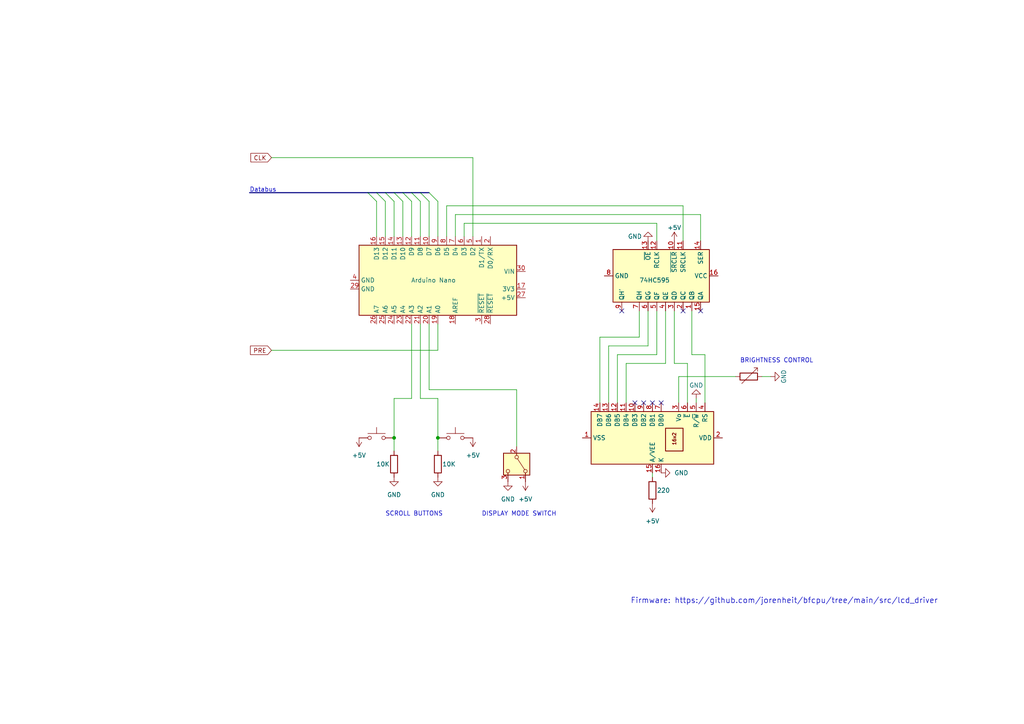
<source format=kicad_sch>
(kicad_sch (version 20230121) (generator eeschema)
  (paper "A4")
  (lib_symbols
    (symbol "74xx:74HC595"
      (property "Reference" "U" (at -7.62 13.97 0))
      (property "Value" "74HC595" (at -7.62 -16.51 0))
      (symbol "74HC595_1_0"
        (pin tri_state line (at 10.16 7.62 180) (length 2.54) (name "QB") (number "1"))
        (pin input line (at -10.16 2.54 0) (length 2.54) (name "~{SRCLR}") (number "10"))
        (pin input line (at -10.16 5.08 0) (length 2.54) (name "SRCLK") (number "11"))
        (pin input line (at -10.16 -2.54 0) (length 2.54) (name "RCLK") (number "12"))
        (pin input line (at -10.16 -5.08 0) (length 2.54) (name "~{OE}") (number "13"))
        (pin input line (at -10.16 10.16 0) (length 2.54) (name "SER") (number "14"))
        (pin tri_state line (at 10.16 10.16 180) (length 2.54) (name "QA") (number "15"))
        (pin power_in line (at 0 15.24 270) (length 2.54) (name "VCC") (number "16"))
        (pin tri_state line (at 10.16 5.08 180) (length 2.54) (name "QC") (number "2"))
        (pin tri_state line (at 10.16 2.54 180) (length 2.54) (name "QD") (number "3"))
        (pin tri_state line (at 10.16 0 180) (length 2.54) (name "QE") (number "4"))
        (pin tri_state line (at 10.16 -2.54 180) (length 2.54) (name "QF") (number "5"))
        (pin tri_state line (at 10.16 -5.08 180) (length 2.54) (name "QG") (number "6"))
        (pin tri_state line (at 10.16 -7.62 180) (length 2.54) (name "QH") (number "7"))
        (pin power_in line (at 0 -17.78 90) (length 2.54) (name "GND") (number "8"))
        (pin output line (at 10.16 -12.7 180) (length 2.54) (name "QH'") (number "9"))
      )
      (symbol "74HC595_1_1"
        (rectangle (start -7.62 12.7) (end 7.62 -15.24) (stroke (width 0.254)) (fill (type background)))
      )
    )
    (symbol "Device:R" (pin_numbers hide) (pin_names (offset 0))
      (property "Reference" "R" (at 2.032 0 90))
      (property "Value" "R" (at 0 0 90))
      (symbol "R_0_1"
        (rectangle (start -1.016 -2.54) (end 1.016 2.54) (stroke (width 0.254)))
      )
      (symbol "R_1_1"
        (pin passive line (at 0 3.81 270) (length 1.27) (name "~") (number "1"))
        (pin passive line (at 0 -3.81 90) (length 1.27) (name "~") (number "2"))
      )
    )
    (symbol "Device:R_Variable" (pin_numbers hide) (pin_names (offset 0))
      (property "Reference" "R" (at 2.54 -2.54 90))
      (property "Value" "R_Variable" (at -2.54 -1.27 90))
      (symbol "R_Variable_0_1"
        (rectangle (start -1.016 -2.54) (end 1.016 2.54) (stroke (width 0.254)))
        (polyline (pts (xy 2.54 1.524) (xy 2.54 2.54) (xy 1.524 2.54) (xy 2.54 2.54) (xy -2.032 -2.032)))
      )
      (symbol "R_Variable_1_1"
        (pin passive line (at 0 3.81 270) (length 1.27) (name "~") (number "1"))
        (pin passive line (at 0 -3.81 90) (length 1.27) (name "~") (number "2"))
      )
    )
    (symbol "Display_Character:RC1602A-GHW-ESX"
      (symbol "RC1602A-GHW-ESX_0_0"
        (rectangle (start -2.794 8.89) (end 3.81 3.81) (stroke (width 0.254)) (fill (type background)))
        (text "16x2" (at 0.254 6.35 0) (effects (font (size 0.9906 0.9906) bold)))
      )
      (symbol "RC1602A-GHW-ESX_0_1"
        (rectangle (start -7.62 17.78) (end 7.62 -17.78) (stroke (width 0.254)) (fill (type background)))
      )
      (symbol "RC1602A-GHW-ESX_1_1"
        (pin power_in line (at 0 -20.32 90) (length 2.54) (name "VSS") (number "1"))
        (pin bidirectional line (at -10.16 -5.08 0) (length 2.54) (name "DB3") (number "10"))
        (pin bidirectional line (at -10.16 -7.62 0) (length 2.54) (name "DB4") (number "11"))
        (pin bidirectional line (at -10.16 -10.16 0) (length 2.54) (name "DB5") (number "12"))
        (pin bidirectional line (at -10.16 -12.7 0) (length 2.54) (name "DB6") (number "13"))
        (pin bidirectional line (at -10.16 -15.24 0) (length 2.54) (name "DB7") (number "14"))
        (pin passive line (at 10.16 0 180) (length 2.54) (name "A/VEE") (number "15"))
        (pin passive line (at 10.16 2.54 180) (length 2.54) (name "K") (number "16"))
        (pin power_in line (at 0 20.32 270) (length 2.54) (name "VDD") (number "2"))
        (pin input line (at -10.16 7.62 0) (length 2.54) (name "Vo") (number "3"))
        (pin input line (at -10.16 15.24 0) (length 2.54) (name "RS") (number "4"))
        (pin input line (at -10.16 12.7 0) (length 2.54) (name "R/~{W}") (number "5"))
        (pin input line (at -10.16 10.16 0) (length 2.54) (name "~{E}") (number "6"))
        (pin bidirectional line (at -10.16 2.54 0) (length 2.54) (name "DB0") (number "7"))
        (pin bidirectional line (at -10.16 0 0) (length 2.54) (name "DB1") (number "8"))
        (pin bidirectional line (at -10.16 -2.54 0) (length 2.54) (name "DB2") (number "9"))
      )
    )
    (symbol "MCU_Module:Arduino_Nano_v3.x"
      (property "Reference" "A" (at -10.16 23.495 0))
      (property "Value" "Arduino_Nano_v3.x" (at 5.08 -24.13 0))
      (symbol "Arduino_Nano_v3.x_0_1"
        (rectangle (start -10.16 22.86) (end 10.16 -22.86) (stroke (width 0.254)) (fill (type background)))
      )
      (symbol "Arduino_Nano_v3.x_1_1"
        (pin bidirectional line (at -12.7 12.7 0) (length 2.54) (name "D1/TX") (number "1"))
        (pin bidirectional line (at -12.7 -2.54 0) (length 2.54) (name "D7") (number "10"))
        (pin bidirectional line (at -12.7 -5.08 0) (length 2.54) (name "D8") (number "11"))
        (pin bidirectional line (at -12.7 -7.62 0) (length 2.54) (name "D9") (number "12"))
        (pin bidirectional line (at -12.7 -10.16 0) (length 2.54) (name "D10") (number "13"))
        (pin bidirectional line (at -12.7 -12.7 0) (length 2.54) (name "D11") (number "14"))
        (pin bidirectional line (at -12.7 -15.24 0) (length 2.54) (name "D12") (number "15"))
        (pin bidirectional line (at -12.7 -17.78 0) (length 2.54) (name "D13") (number "16"))
        (pin power_out line (at 2.54 25.4 270) (length 2.54) (name "3V3") (number "17"))
        (pin input line (at 12.7 5.08 180) (length 2.54) (name "AREF") (number "18"))
        (pin bidirectional line (at 12.7 0 180) (length 2.54) (name "A0") (number "19"))
        (pin bidirectional line (at -12.7 15.24 0) (length 2.54) (name "D0/RX") (number "2"))
        (pin bidirectional line (at 12.7 -2.54 180) (length 2.54) (name "A1") (number "20"))
        (pin bidirectional line (at 12.7 -5.08 180) (length 2.54) (name "A2") (number "21"))
        (pin bidirectional line (at 12.7 -7.62 180) (length 2.54) (name "A3") (number "22"))
        (pin bidirectional line (at 12.7 -10.16 180) (length 2.54) (name "A4") (number "23"))
        (pin bidirectional line (at 12.7 -12.7 180) (length 2.54) (name "A5") (number "24"))
        (pin bidirectional line (at 12.7 -15.24 180) (length 2.54) (name "A6") (number "25"))
        (pin bidirectional line (at 12.7 -17.78 180) (length 2.54) (name "A7") (number "26"))
        (pin power_out line (at 5.08 25.4 270) (length 2.54) (name "+5V") (number "27"))
        (pin input line (at 12.7 15.24 180) (length 2.54) (name "~{RESET}") (number "28"))
        (pin power_in line (at 2.54 -25.4 90) (length 2.54) (name "GND") (number "29"))
        (pin input line (at 12.7 12.7 180) (length 2.54) (name "~{RESET}") (number "3"))
        (pin power_in line (at -2.54 25.4 270) (length 2.54) (name "VIN") (number "30"))
        (pin power_in line (at 0 -25.4 90) (length 2.54) (name "GND") (number "4"))
        (pin bidirectional line (at -12.7 10.16 0) (length 2.54) (name "D2") (number "5"))
        (pin bidirectional line (at -12.7 7.62 0) (length 2.54) (name "D3") (number "6"))
        (pin bidirectional line (at -12.7 5.08 0) (length 2.54) (name "D4") (number "7"))
        (pin bidirectional line (at -12.7 2.54 0) (length 2.54) (name "D5") (number "8"))
        (pin bidirectional line (at -12.7 0 0) (length 2.54) (name "D6") (number "9"))
      )
    )
    (symbol "Switch:SW_DPDT_x2" (pin_names (offset 0) hide)
      (property "Reference" "SW" (at 0 5.08 0))
      (property "Value" "SW_DPDT_x2" (at 0 -5.08 0))
      (symbol "SW_DPDT_x2_0_0"
        (circle (center -2.032 0) (radius 0.508))
        (circle (center 2.032 -2.54) (radius 0.508))
      )
      (symbol "SW_DPDT_x2_0_1"
        (rectangle (start -3.175 3.81) (end 3.175 -3.81) (stroke (width 0.254)) (fill (type background)))
        (polyline (pts (xy -1.524 0.254) (xy 1.5748 2.286)))
        (circle (center 2.032 2.54) (radius 0.508))
      )
      (symbol "SW_DPDT_x2_1_1"
        (pin passive line (at 5.08 2.54 180) (length 2.54) (name "A") (number "1"))
        (pin passive line (at -5.08 0 0) (length 2.54) (name "B") (number "2"))
        (pin passive line (at 5.08 -2.54 180) (length 2.54) (name "C") (number "3"))
      )
      (symbol "SW_DPDT_x2_2_1"
        (pin passive line (at 5.08 2.54 180) (length 2.54) (name "A") (number "4"))
        (pin passive line (at -5.08 0 0) (length 2.54) (name "B") (number "5"))
        (pin passive line (at 5.08 -2.54 180) (length 2.54) (name "C") (number "6"))
      )
    )
    (symbol "Switch:SW_MEC_5G" (pin_numbers hide) (pin_names (offset 1.016) hide)
      (property "Reference" "SW" (at 1.27 2.54 0))
      (property "Value" "SW_MEC_5G" (at 0 -1.524 0))
      (symbol "SW_MEC_5G_0_1"
        (circle (center -2.032 0) (radius 0.508))
        (polyline (pts (xy 0 1.27) (xy 0 3.048)))
        (polyline (pts (xy 2.54 1.27) (xy -2.54 1.27)))
        (circle (center 2.032 0) (radius 0.508))
        (pin passive line (at -5.08 0 0) (length 2.54) (name "A") (number "1"))
        (pin passive line (at 5.08 0 180) (length 2.54) (name "B") (number "3"))
      )
      (symbol "SW_MEC_5G_1_1"
        (pin passive line (at -5.08 0 0) (length 2.54) hide (name "A") (number "2"))
        (pin passive line (at 5.08 0 180) (length 2.54) hide (name "B") (number "4"))
      )
    )
    (symbol "power:+5V" (power) (pin_names (offset 0))
      (property "Value" "+5V" (at 0 3.556 0))
      (symbol "+5V_0_1"
        (polyline (pts (xy -0.762 1.27) (xy 0 2.54)))
        (polyline (pts (xy 0 0) (xy 0 2.54)))
        (polyline (pts (xy 0 2.54) (xy 0.762 1.27)))
      )
      (symbol "+5V_1_1"
        (pin power_in line (at 0 0 90) (length 0) hide (name "+5V") (number "1"))
      )
    )
    (symbol "power:GND" (power) (pin_names (offset 0))
      (property "Value" "GND" (at 0 -3.81 0))
      (symbol "GND_0_1"
        (polyline (pts (xy 0 0) (xy 0 -1.27) (xy 1.27 -1.27) (xy 0 -2.54) (xy -1.27 -1.27) (xy 0 -1.27)))
      )
      (symbol "GND_1_1"
        (pin power_in line (at 0 0 270) (length 0) hide (name "GND") (number "1"))
      )
    )
  )
  (junction (at 114.3 127))
  (junction (at 127 127))
  (no_connect (at 186.69 116.84))
  (no_connect (at 184.15 116.84))
  (no_connect (at 189.23 116.84))
  (no_connect (at 203.2 90.17))
  (no_connect (at 180.34 90.17))
  (no_connect (at 191.77 116.84))
  (no_connect (at 198.12 90.17))
  (bus_entry (at 114.3 55.88) (size 2.54 2.54))
  (bus_entry (at 119.38 55.88) (size 2.54 2.54))
  (bus_entry (at 111.76 55.88) (size 2.54 2.54))
  (bus_entry (at 116.84 55.88) (size 2.54 2.54))
  (bus_entry (at 109.22 55.88) (size 2.54 2.54))
  (bus_entry (at 106.68 55.88) (size 2.54 2.54))
  (bus_entry (at 121.92 55.88) (size 2.54 2.54))
  (bus_entry (at 124.46 55.88) (size 2.54 2.54))
  (wire (pts (xy 223.52 109.22) (xy 220.98 109.22)))
  (bus (pts (xy 109.22 55.88) (xy 111.76 55.88)))
  (wire (pts (xy 119.38 58.42) (xy 119.38 68.58)))
  (wire (pts (xy 196.85 116.84) (xy 196.85 109.22)))
  (wire (pts (xy 121.92 93.98) (xy 121.92 115.57)))
  (wire (pts (xy 195.58 90.17) (xy 195.58 105.41)))
  (bus (pts (xy 116.84 55.88) (xy 119.38 55.88)))
  (wire (pts (xy 134.62 64.77) (xy 190.5 64.77)))
  (wire (pts (xy 134.62 68.58) (xy 134.62 64.77)))
  (wire (pts (xy 190.5 64.77) (xy 190.5 69.85)))
  (wire (pts (xy 187.96 90.17) (xy 187.96 100.33)))
  (wire (pts (xy 196.85 109.22) (xy 213.36 109.22)))
  (wire (pts (xy 129.54 68.58) (xy 129.54 59.69)))
  (wire (pts (xy 129.54 59.69) (xy 198.12 59.69)))
  (wire (pts (xy 200.66 102.87) (xy 204.47 102.87)))
  (wire (pts (xy 114.3 115.57) (xy 119.38 115.57)))
  (wire (pts (xy 121.92 58.42) (xy 121.92 68.58)))
  (wire (pts (xy 198.12 59.69) (xy 198.12 69.85)))
  (wire (pts (xy 204.47 102.87) (xy 204.47 116.84)))
  (wire (pts (xy 190.5 102.87) (xy 179.07 102.87)))
  (wire (pts (xy 109.22 58.42) (xy 109.22 68.58)))
  (wire (pts (xy 193.04 105.41) (xy 181.61 105.41)))
  (wire (pts (xy 185.42 97.79) (xy 173.99 97.79)))
  (wire (pts (xy 173.99 97.79) (xy 173.99 116.84)))
  (wire (pts (xy 78.74 45.72) (xy 137.16 45.72)))
  (wire (pts (xy 127 58.42) (xy 127 68.58)))
  (bus (pts (xy 106.68 55.88) (xy 109.22 55.88)))
  (wire (pts (xy 203.2 62.23) (xy 203.2 69.85)))
  (wire (pts (xy 200.66 90.17) (xy 200.66 102.87)))
  (wire (pts (xy 187.96 100.33) (xy 176.53 100.33)))
  (wire (pts (xy 124.46 58.42) (xy 124.46 68.58)))
  (wire (pts (xy 132.08 62.23) (xy 203.2 62.23)))
  (wire (pts (xy 190.5 90.17) (xy 190.5 102.87)))
  (wire (pts (xy 127 101.6) (xy 127 93.98)))
  (wire (pts (xy 124.46 93.98) (xy 124.46 113.03)))
  (bus (pts (xy 72.39 55.88) (xy 106.68 55.88)))
  (wire (pts (xy 127 127) (xy 127 130.81)))
  (wire (pts (xy 185.42 90.17) (xy 185.42 97.79)))
  (bus (pts (xy 111.76 55.88) (xy 114.3 55.88)))
  (wire (pts (xy 114.3 127) (xy 114.3 130.81)))
  (wire (pts (xy 199.39 105.41) (xy 199.39 116.84)))
  (wire (pts (xy 114.3 127) (xy 114.3 115.57)))
  (wire (pts (xy 114.3 58.42) (xy 114.3 68.58)))
  (wire (pts (xy 193.04 90.17) (xy 193.04 105.41)))
  (wire (pts (xy 149.86 113.03) (xy 149.86 129.54)))
  (wire (pts (xy 124.46 113.03) (xy 149.86 113.03)))
  (wire (pts (xy 201.93 116.84) (xy 201.93 115.57)))
  (wire (pts (xy 181.61 105.41) (xy 181.61 116.84)))
  (wire (pts (xy 132.08 62.23) (xy 132.08 68.58)))
  (wire (pts (xy 137.16 45.72) (xy 137.16 68.58)))
  (wire (pts (xy 111.76 58.42) (xy 111.76 68.58)))
  (wire (pts (xy 119.38 93.98) (xy 119.38 115.57)))
  (wire (pts (xy 189.23 137.16) (xy 189.23 138.43)))
  (bus (pts (xy 121.92 55.88) (xy 124.46 55.88)))
  (wire (pts (xy 179.07 102.87) (xy 179.07 116.84)))
  (wire (pts (xy 78.74 101.6) (xy 127 101.6)))
  (bus (pts (xy 119.38 55.88) (xy 121.92 55.88)))
  (bus (pts (xy 114.3 55.88) (xy 116.84 55.88)))
  (wire (pts (xy 195.58 105.41) (xy 199.39 105.41)))
  (wire (pts (xy 116.84 58.42) (xy 116.84 68.58)))
  (wire (pts (xy 176.53 100.33) (xy 176.53 116.84)))
  (wire (pts (xy 127 127) (xy 127 115.57)))
  (wire (pts (xy 127 115.57) (xy 121.92 115.57)))
  (text "BRIGHTNESS CONTROL" (at 214.63 105.41 0) (effects (font (size 1.27 1.27)) (justify left bottom)))
  (text "DISPLAY MODE SWITCH" (at 139.7 149.86 0) (effects (font (size 1.27 1.27)) (justify left bottom)))
  (text "SCROLL BUTTONS" (at 111.76 149.86 0) (effects (font (size 1.27 1.27)) (justify left bottom)))
  (text "Firmware: https://github.com/jorenheit/bfcpu/tree/main/src/lcd_driver" (at 182.88 175.26 0) (effects (font (size 1.6 1.6)) (justify left bottom)))
  (text "Databus" (at 72.39 55.88 0) (effects (font (size 1.27 1.27)) (justify left bottom)))
  (global_label "PRE" (shape input) (at 78.74 101.6 180) (property "Intersheetrefs" "${INTERSHEET_REFS}" (effects hide)))
  (global_label "CLK" (shape input) (at 78.74 45.72 180) (property "Intersheetrefs" "${INTERSHEET_REFS}" (effects hide)))
  (symbol (lib_id "74xx:74HC595") (at 193.04 80.01 270) (unit 1)
    (property "Reference" "U3" (effects hide))
    (property "Value" "74HC595" (at 185.42 81.28 90) (effects (justify left)))
    (property "Datasheet" "http://www.ti.com/lit/ds/symlink/sn74hc595.pdf" (effects hide))
  )
  (symbol (lib_id "power:GND") (at 223.52 109.22 90) (mirror x) (unit 1)
    (property "Reference" "#PWR010" (effects hide))
    (property "Value" "GND" (at 227.33 109.22 0))
  )
  (symbol (lib_id "Device:R_Variable") (at 217.17 109.22 270) (mirror x) (unit 1)
    (property "Reference" "R3" (effects hide))
    (property "Value" "R_Variable" (effects hide))
  )
  (symbol (lib_id "power:+5V") (at 137.16 127 180) (unit 1)
    (property "Reference" "#PWR04" (effects hide))
    (property "Value" "+5V" (at 137.16 132.08 0))
  )
  (symbol (lib_id "power:GND") (at 187.96 69.85 0) (mirror x) (unit 1)
    (property "Reference" "#PWR08" (effects hide))
    (property "Value" "GND" (at 184.15 68.58 0))
  )
  (symbol (lib_id "power:GND") (at 191.77 137.16 90) (unit 1)
    (property "Reference" "#PWR012" (effects hide))
    (property "Value" "GND" (at 195.58 137.16 90) (effects (justify right)))
  )
  (symbol (lib_id "power:+5V") (at 152.4 139.7 180) (unit 1)
    (property "Reference" "#PWR06" (effects hide))
    (property "Value" "+5V" (at 152.4 144.78 0))
  )
  (symbol (lib_id "power:GND") (at 201.93 115.57 0) (mirror x) (unit 1)
    (property "Reference" "#PWR09" (effects hide))
    (property "Value" "GND" (at 201.93 111.76 0))
  )
  (symbol (lib_id "Switch:SW_MEC_5G") (at 109.22 127 0) (mirror y) (unit 1)
    (property "Reference" "SW1" (effects hide))
    (property "Value" "SW_MEC_5G" (effects hide))
    (property "Datasheet" "http://www.apem.com/int/index.php?controller=attachment&id_attachment=488" (effects hide))
  )
  (symbol (lib_id "power:GND") (at 147.32 139.7 0) (mirror y) (unit 1)
    (property "Reference" "#PWR05" (effects hide))
    (property "Value" "GND" (at 147.32 144.78 0))
  )
  (symbol (lib_id "power:+5V") (at 195.58 69.85 0) (unit 1)
    (property "Reference" "#PWR07" (effects hide))
    (property "Value" "+5V" (at 195.58 66.04 0))
  )
  (symbol (lib_id "power:+5V") (at 104.14 127 0) (mirror x) (unit 1)
    (property "Reference" "#PWR02" (effects hide))
    (property "Value" "+5V" (at 104.14 132.08 0))
  )
  (symbol (lib_id "Display_Character:RC1602A-GHW-ESX") (at 189.23 127 270) (unit 1)
    (property "Reference" "U1" (effects hide))
    (property "Value" "RC1602A-GHW-ESX" (effects hide))
    (property "Footprint" "Display:RC1602A" (effects hide))
    (property "Datasheet" "http://www.raystar-optronics.com/down.php?ProID=18" (effects hide))
  )
  (symbol (lib_id "Device:R") (at 189.23 142.24 0) (unit 1)
    (property "Reference" "R4" (effects hide))
    (property "Value" "220" (at 190.5 142.24 0) (effects (justify left)))
  )
  (symbol (lib_id "power:GND") (at 114.3 138.43 0) (mirror y) (unit 1)
    (property "Reference" "#PWR01" (effects hide))
    (property "Value" "GND" (at 114.3 143.51 0))
  )
  (symbol (lib_id "MCU_Module:Arduino_Nano_v3.x") (at 127 81.28 270) (unit 1)
    (property "Reference" "A2" (effects hide))
    (property "Value" "Arduino Nano" (at 125.73 81.28 90))
    (property "Footprint" "Module:Arduino_Nano" (effects hide))
    (property "Datasheet" "http://www.mouser.com/pdfdocs/Gravitech_Arduino_Nano3_0.pdf" (effects hide))
  )
  (symbol (lib_id "Switch:SW_DPDT_x2") (at 149.86 134.62 270) (unit 1)
    (property "Reference" "SW2" (effects hide))
    (property "Value" "SW_DPDT_x2" (effects hide))
  )
  (symbol (lib_id "Device:R") (at 114.3 134.62 0) (mirror y) (unit 1)
    (property "Reference" "R1" (effects hide))
    (property "Value" "10K" (at 113.03 134.62 0) (effects (justify left)))
  )
  (symbol (lib_id "Device:R") (at 127 134.62 0) (unit 1)
    (property "Reference" "R2" (effects hide))
    (property "Value" "10K" (at 128.27 134.62 0) (effects (justify left)))
  )
  (symbol (lib_id "Switch:SW_MEC_5G") (at 132.08 127 0) (unit 1)
    (property "Reference" "SW3" (effects hide))
    (property "Value" "SW_MEC_5G" (effects hide))
    (property "Datasheet" "http://www.apem.com/int/index.php?controller=attachment&id_attachment=488" (effects hide))
  )
  (symbol (lib_id "power:+5V") (at 189.23 146.05 180) (unit 1)
    (property "Reference" "#PWR011" (effects hide))
    (property "Value" "+5V" (at 189.23 151.13 0))
  )
  (symbol (lib_id "power:GND") (at 127 138.43 0) (unit 1)
    (property "Reference" "#PWR03" (effects hide))
    (property "Value" "GND" (at 127 143.51 0))
  )
)
</source>
